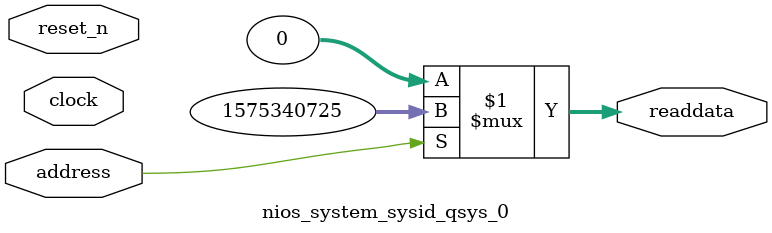
<source format=v>



// synthesis translate_off
`timescale 1ns / 1ps
// synthesis translate_on

// turn off superfluous verilog processor warnings 
// altera message_level Level1 
// altera message_off 10034 10035 10036 10037 10230 10240 10030 

module nios_system_sysid_qsys_0 (
               // inputs:
                address,
                clock,
                reset_n,

               // outputs:
                readdata
             )
;

  output  [ 31: 0] readdata;
  input            address;
  input            clock;
  input            reset_n;

  wire    [ 31: 0] readdata;
  //control_slave, which is an e_avalon_slave
  assign readdata = address ? 1575340725 : 0;

endmodule



</source>
